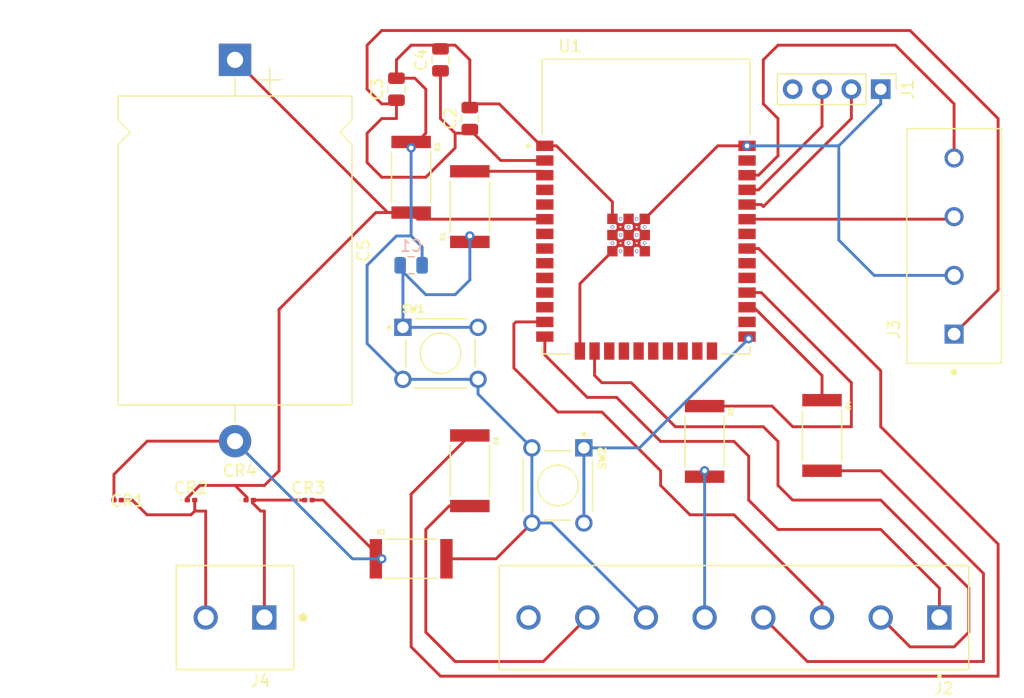
<source format=kicad_pcb>
(kicad_pcb (version 20211014) (generator pcbnew)
  (layers (0 "F.Cu" signal) (31 "B.Cu" signal) (34 "B.Paste" user) (35 "F.Paste" user) (36 "B.SilkS" user "B.Silkscreen") (37 "F.SilkS" user "F.Silkscreen") (38 "B.Mask" user) (39 "F.Mask" user) (44 "Edge.Cuts" user))
  (net 0 "")
  (net 1 "GND")
  (net 2 "Net-(C1-Pad2)")
  (net 3 "Voeding")
  (net 4 "Net-(C5-Pad1)")
  (net 5 "Net-(C5-Pad2)")
  (net 6 "Net-(J4-Pad2)")
  (net 7 "Net-(J4-Pad1)")
  (net 8 "Net-(J1-Pad2)")
  (net 9 "Net-(J1-Pad3)")
  (net 10 "+3V3")
  (net 11 "Net-(U1-Pad14)")
  (net 12 "Net-(U1-Pad16)")
  (net 13 "Net-(U1-Pad13)")
  (net 14 "Net-(J2-Pad4)")
  (net 15 "Net-(J2-Pad5)")
  (net 16 "Net-(J2-Pad7)")
  (net 18 "Net-(U1-Pad33)")
  (net 19 "Net-(U1-Pad36)")
  (net 20 "Net-(R1-Pad2)")
  (net 21 "Net-(U1-Pad27)")
  (net 22 "Net-(U1-Pad28)")
  (net 23 "Net-(U1-Pad31)")
  (net 24 "Net-(SW2-Pad1)")
  (footprint "Diode_SMD:D_0201_0603Metric" (layer "F.Cu") (at 127 68.58 180)
    (fp_text reference "CR1" (at -0.86 -0.05) (layer "F.SilkS"))
    (fp_text value "1N4148W-TP")
    (fp_circle (center -0.86 0) (end -0.81 0) (layer "F.SilkS") (width 0.1) (fill none))
    (pad "1" smd roundrect (at -0.32 0 180) (size 0.46 0.4) (layers "F.Cu" "F.Mask") (net 6 "Net-(J4-Pad2)"))
    (pad "2" smd roundrect (at 0.32 0 180) (size 0.46 0.4) (layers "F.Cu" "F.Mask") (net 5 "Net-(C5-Pad2)"))
  )
  (footprint "282837-4:TE_282837-4" (layer "F.Cu") (at 199.39 54.2125 90)
    (fp_text reference "J3" (at 0.4057 -5.22403 90) (layer "F.SilkS") (effects (font (size 1.001732 1.001732))))
    (fp_text value "282837-4")
    (fp_line (start 17.78 4.1) (end -2.54 4.1) (layer "F.SilkS") (width 0.127))
    (fp_line (start -2.54 4.1) (end -2.54 -4.1) (layer "F.SilkS") (width 0.127))
    (fp_line (start 17.78 -4.1) (end 17.78 4.1) (layer "F.SilkS") (width 0.127))
    (fp_line (start -2.54 -4.1) (end 17.78 -4.1) (layer "F.SilkS") (width 0.127))
    (fp_circle (center -3.31 0) (end -3.16 0) (layer "F.SilkS") (width 0.3) (fill none))
    (pad "1" thru_hole rect locked (at 0 0 90) (size 1.65 1.65) (drill 1.1) (layers *.Cu *.Mask) (net 3 "Voeding"))
    (pad "2" thru_hole circle locked (at 5.08 0 90) (size 1.65 1.65) (drill 1.1) (layers *.Cu *.Mask) (net 1 "GND"))
    (pad "3" thru_hole circle locked (at 10.16 0 90) (size 1.65 1.65) (drill 1.1) (layers *.Cu *.Mask) (net 18 "Net-(U1-Pad33)"))
    (pad "4" thru_hole circle locked (at 15.24 0 90) (size 1.65 1.65) (drill 1.1) (layers *.Cu *.Mask) (net 19 "Net-(U1-Pad36)"))
  )
  (footprint "libraries:RESC6332X65N" (layer "F.Cu") (at 157.48 43.18 90)
    (fp_text reference "R1" (at -2.59 -2.3 90) (layer "F.SilkS") (effects (font (size 0.393701 0.393701))))
    (fp_text value "10k")
    (fp_line (start -2.2 -1.7) (end 2.2 -1.7) (layer "F.SilkS") (width 0.127))
    (fp_line (start -2.2 1.7) (end 2.2 1.7) (layer "F.SilkS") (width 0.127))
    (pad "1" smd rect locked (at -3.055 0 90) (size 1.07 3.42) (layers "F.Cu" "F.Paste" "F.Mask") (net 2 "Net-(C1-Pad2)"))
    (pad "2" smd rect locked (at 3.055 0 90) (size 1.07 3.42) (layers "F.Cu" "F.Paste" "F.Mask") (net 20 "Net-(R1-Pad2)"))
  )
  (footprint "libraries:RESC6332X65N" (layer "F.Cu") (at 157.48 66.04 -90)
    (fp_text reference "R6" (at -2.59 -2.3 90) (layer "F.SilkS") (effects (font (size 0.393701 0.393701))))
    (fp_text value "82")
    (fp_line (start -2.2 -1.7) (end 2.2 -1.7) (layer "F.SilkS") (width 0.127))
    (fp_line (start -2.2 1.7) (end 2.2 1.7) (layer "F.SilkS") (width 0.127))
    (pad "1" smd rect locked (at -3.055 0 270) (size 1.07 3.42) (layers "F.Cu" "F.Paste" "F.Mask") (net 23 "Net-(U1-Pad31)"))
    (pad "2" smd rect locked (at 3.055 0 270) (size 1.07 3.42) (layers "F.Cu" "F.Paste" "F.Mask") (net 16 "Net-(J2-Pad7)"))
  )
  (footprint "Capacitor_SMD:C_0805_2012Metric" (layer "F.Cu") (at 157.48 35.56 90)
    (fp_text reference "C2" (at 0 -1.68 90) (layer "F.SilkS"))
    (fp_text value "220u")
    (fp_line (start -0.261252 0.735) (end 0.261252 0.735) (layer "F.SilkS") (width 0.12))
    (fp_line (start -0.261252 -0.735) (end 0.261252 -0.735) (layer "F.SilkS") (width 0.12))
    (pad "1" smd roundrect (at -0.95 0 90) (size 1 1.45) (layers "F.Cu" "F.Paste" "F.Mask") (net 3 "Voeding"))
    (pad "2" smd roundrect (at 0.95 0 90) (size 1 1.45) (layers "F.Cu" "F.Paste" "F.Mask") (net 1 "GND"))
  )
  (footprint "Capacitor_THT:CP_Axial_L26.5mm_D20.0mm_P33.00mm_Horizontal" (layer "F.Cu") (at 137.16 30.48 -90)
    (fp_text reference "C5" (at 16.5 -11.12 90) (layer "F.SilkS"))
    (fp_text value "1000µ")
    (fp_line (start 5.23 -10.12) (end 6.28 -9.07) (layer "F.SilkS") (width 0.12))
    (fp_line (start 1.64 0) (end 3.13 0) (layer "F.SilkS") (width 0.12))
    (fp_line (start 1.73 -4.05) (end 1.73 -1.95) (layer "F.SilkS") (width 0.12))
    (fp_line (start 31.36 0) (end 29.87 0) (layer "F.SilkS") (width 0.12))
    (fp_line (start 0.68 -3) (end 2.78 -3) (layer "F.SilkS") (width 0.12))
    (fp_line (start 3.13 10.12) (end 5.23 10.12) (layer "F.SilkS") (width 0.12))
    (fp_line (start 29.87 -10.12) (end 29.87 10.12) (layer "F.SilkS") (width 0.12))
    (fp_line (start 3.13 -10.12) (end 5.23 -10.12) (layer "F.SilkS") (width 0.12))
    (fp_line (start 7.33 10.12) (end 29.87 10.12) (layer "F.SilkS") (width 0.12))
    (fp_line (start 7.33 -10.12) (end 29.87 -10.12) (layer "F.SilkS") (width 0.12))
    (fp_line (start 6.28 -9.07) (end 7.33 -10.12) (layer "F.SilkS") (width 0.12))
    (fp_line (start 3.13 -10.12) (end 3.13 10.12) (layer "F.SilkS") (width 0.12))
    (fp_line (start 6.28 9.07) (end 7.33 10.12) (layer "F.SilkS") (width 0.12))
    (fp_line (start 5.23 10.12) (end 6.28 9.07) (layer "F.SilkS") (width 0.12))
    (pad "1" thru_hole rect (at 0 0 270) (size 2.8 2.8) (drill 1.4) (layers *.Cu *.Mask) (net 4 "Net-(C5-Pad1)"))
    (pad "2" thru_hole oval (at 33 0 270) (size 2.8 2.8) (drill 1.4) (layers *.Cu *.Mask) (net 5 "Net-(C5-Pad2)"))
  )
  (footprint "libraries:TE_282841-2" (layer "F.Cu") (at 137.16 78.74 180)
    (fp_text reference "J4" (at -2.197155 -5.470375) (layer "F.SilkS") (effects (font (size 1.000984 1.000984))))
    (fp_text value "282841-2")
    (fp_line (start -5.08 -4.5) (end -5.08 4.5) (layer "F.SilkS") (width 0.127))
    (fp_line (start 5.08 -4.5) (end -5.08 -4.5) (layer "F.SilkS") (width 0.127))
    (fp_line (start 5.08 4.5) (end 5.08 -4.5) (layer "F.SilkS") (width 0.127))
    (fp_line (start -5.08 4.5) (end 5.08 4.5) (layer "F.SilkS") (width 0.127))
    (fp_circle (center -5.89 0) (end -5.69 0) (layer "F.SilkS") (width 0.4) (fill none))
    (pad "1" thru_hole rect locked (at -2.54 0 180) (size 2.1 2.1) (drill 1.4) (layers *.Cu *.Mask) (net 7 "Net-(J4-Pad1)"))
    (pad "2" thru_hole circle locked (at 2.54 0 180) (size 2.1 2.1) (drill 1.4) (layers *.Cu *.Mask) (net 6 "Net-(J4-Pad2)"))
  )
  (footprint "Diode_SMD:D_0201_0603Metric" (layer "F.Cu") (at 138.43 68.58)
    (fp_text reference "CR4" (at -0.86 -2.54) (layer "F.SilkS"))
    (fp_text value "1N4148W-TP")
    (fp_circle (center -0.86 0) (end -0.81 0) (layer "F.SilkS") (width 0.1) (fill none))
    (pad "1" smd roundrect (at -0.32 0) (size 0.46 0.4) (layers "F.Cu" "F.Mask") (net 4 "Net-(C5-Pad1)"))
    (pad "2" smd roundrect (at 0.32 0) (size 0.46 0.4) (layers "F.Cu" "F.Mask") (net 7 "Net-(J4-Pad1)"))
  )
  (footprint "Capacitor_SMD:C_0805_2012Metric" (layer "F.Cu") (at 151.13 33.02 90)
    (fp_text reference "C3" (at 0 -1.68 90) (layer "F.SilkS"))
    (fp_text value "22u")
    (fp_line (start -0.261252 0.735) (end 0.261252 0.735) (layer "F.SilkS") (width 0.12))
    (fp_line (start -0.261252 -0.735) (end 0.261252 -0.735) (layer "F.SilkS") (width 0.12))
    (pad "1" smd roundrect (at -0.95 0 90) (size 1 1.45) (layers "F.Cu" "F.Paste" "F.Mask") (net 3 "Voeding"))
    (pad "2" smd roundrect (at 0.95 0 90) (size 1 1.45) (layers "F.Cu" "F.Paste" "F.Mask") (net 1 "GND"))
  )
  (footprint "Capacitor_SMD:C_0805_2012Metric" (layer "F.Cu") (at 154.94 30.48 90)
    (fp_text reference "C4" (at 0 -1.68 90) (layer "F.SilkS"))
    (fp_text value "0.1u")
    (fp_line (start -0.261252 -0.735) (end 0.261252 -0.735) (layer "F.SilkS") (width 0.12))
    (fp_line (start -0.261252 0.735) (end 0.261252 0.735) (layer "F.SilkS") (width 0.12))
    (pad "1" smd roundrect (at -0.95 0 90) (size 1 1.45) (layers "F.Cu" "F.Paste" "F.Mask") (net 3 "Voeding"))
    (pad "2" smd roundrect (at 0.95 0 90) (size 1 1.45) (layers "F.Cu" "F.Paste" "F.Mask") (net 1 "GND"))
  )
  (footprint "libraries:RESC6332X65N" (layer "F.Cu") (at 177.8 63.5 -90)
    (fp_text reference "R5" (at -2.59 -2.3 90) (layer "F.SilkS") (effects (font (size 0.393701 0.393701))))
    (fp_text value "82")
    (fp_line (start -2.2 -1.7) (end 2.2 -1.7) (layer "F.SilkS") (width 0.127))
    (fp_line (start -2.2 1.7) (end 2.2 1.7) (layer "F.SilkS") (width 0.127))
    (pad "1" smd rect locked (at -3.055 0 270) (size 1.07 3.42) (layers "F.Cu" "F.Paste" "F.Mask") (net 22 "Net-(U1-Pad28)"))
    (pad "2" smd rect locked (at 3.055 0 270) (size 1.07 3.42) (layers "F.Cu" "F.Paste" "F.Mask") (net 15 "Net-(J2-Pad5)"))
  )
  (footprint "libraries:RESC6332X65N" (layer "F.Cu") (at 152.4 40.64 -90)
    (fp_text reference "R3" (at -2.59 -2.3 90) (layer "F.SilkS") (effects (font (size 0.393701 0.393701))))
    (fp_text value "120")
    (fp_line (start -2.2 1.7) (end 2.2 1.7) (layer "F.SilkS") (width 0.127))
    (fp_line (start -2.2 -1.7) (end 2.2 -1.7) (layer "F.SilkS") (width 0.127))
    (pad "1" smd rect locked (at -3.055 0 270) (size 1.07 3.42) (layers "F.Cu" "F.Paste" "F.Mask") (net 1 "GND"))
    (pad "2" smd rect locked (at 3.055 0 270) (size 1.07 3.42) (layers "F.Cu" "F.Paste" "F.Mask") (net 4 "Net-(C5-Pad1)"))
  )
  (footprint "libraries:SW_1825910-6-4" (layer "F.Cu") (at 165.1 67.31 -90)
    (fp_text reference "SW2" (at -2.3627 -3.844398 90) (layer "F.SilkS") (effects (font (size 0.630643 0.630643))))
    (fp_text value "BOOT")
    (fp_line (start -2.995 -1.15) (end -2.995 1.15) (layer "F.SilkS") (width 0.127))
    (fp_line (start 3 -1.15) (end 3 1.15) (layer "F.SilkS") (width 0.127))
    (fp_line (start -2.2 -2.995) (end 2.3 -2.995) (layer "F.SilkS") (width 0.127))
    (fp_line (start 2.3 2.995) (end -2.3 2.995) (layer "F.SilkS") (width 0.127))
    (fp_circle (center -4.445 -2.25) (end -4.345 -2.25) (layer "F.SilkS") (width 0.2) (fill none))
    (fp_circle (center 0 0) (end 1.755 0) (layer "F.SilkS") (width 0.127) (fill none))
    (pad "1" thru_hole rect locked (at -3.25 -2.25 270) (size 1.498 1.498) (drill 0.99) (layers *.Cu *.Mask) (net 24 "Net-(SW2-Pad1)"))
    (pad "2" thru_hole circle locked (at 3.25 -2.25 270) (size 1.498 1.498) (drill 0.99) (layers *.Cu *.Mask) (net 24 "Net-(SW2-Pad1)"))
    (pad "3" thru_hole circle locked (at -3.25 2.25 270) (size 1.498 1.498) (drill 0.99) (layers *.Cu *.Mask) (net 1 "GND"))
    (pad "4" thru_hole circle locked (at 3.25 2.25 270) (size 1.498 1.498) (drill 0.99) (layers *.Cu *.Mask) (net 1 "GND"))
  )
  (footprint "Diode_SMD:D_0201_0603Metric" (layer "F.Cu") (at 143.51 68.58)
    (fp_text reference "CR3" (at 0 -1.05) (layer "F.SilkS"))
    (fp_text value "1N4148W-TP")
    (fp_circle (center -0.86 0) (end -0.81 0) (layer "F.SilkS") (width 0.1) (fill none))
    (pad "1" smd roundrect (at -0.32 0) (size 0.46 0.4) (layers "F.Cu" "F.Mask") (net 7 "Net-(J4-Pad1)"))
    (pad "2" smd roundrect (at 0.32 0) (size 0.46 0.4) (layers "F.Cu" "F.Mask") (net 5 "Net-(C5-Pad2)"))
  )
  (footprint "libraries:XCVR_ESP32-WROOM-32E_(16MB)" (layer "F.Cu") (at 172.72 43.18)
    (fp_text reference "U1" (at -6.575 -13.885) (layer "F.SilkS"))
    (fp_text value "ESP32-WROOM-32E_(16MB)")
    (fp_line (start 6.55 12.75) (end 9 12.75) (layer "F.SilkS") (width 0.127))
    (fp_line (start -9 12.1) (end -9 12.75) (layer "F.SilkS") (width 0.127))
    (fp_line (start 9 12.75) (end 9 12.1) (layer "F.SilkS") (width 0.127))
    (fp_line (start -9 -12.75) (end 9 -12.75) (layer "F.SilkS") (width 0.127))
    (fp_line (start -9 -6.25) (end -9 -12.75) (layer "F.SilkS") (width 0.127))
    (fp_line (start -9 12.75) (end -6.55 12.75) (layer "F.SilkS") (width 0.127))
    (fp_line (start 9 -12.75) (end 9 -6.25) (layer "F.SilkS") (width 0.127))
    (fp_circle (center -10.2 -5.26) (end -10.1 -5.26) (layer "F.SilkS") (width 0.2) (fill none))
    (pad "1" smd rect locked (at -8.75 -5.26) (size 1.5 0.9) (layers "F.Cu" "F.Paste" "F.Mask") (net 1 "GND"))
    (pad "2" smd rect locked (at -8.75 -3.99) (size 1.5 0.9) (layers "F.Cu" "F.Paste" "F.Mask") (net 3 "Voeding"))
    (pad "3" smd rect locked (at -8.75 -2.72) (size 1.5 0.9) (layers "F.Cu" "F.Paste" "F.Mask") (net 20 "Net-(R1-Pad2)"))
    (pad "4" smd rect locked (at -8.75 -1.45) (size 1.5 0.9) (layers "F.Cu" "F.Paste" "F.Mask"))
    (pad "5" smd rect locked (at -8.75 -0.18) (size 1.5 0.9) (layers "F.Cu" "F.Paste" "F.Mask"))
    (pad "6" smd rect locked (at -8.75 1.09) (size 1.5 0.9) (layers "F.Cu" "F.Paste" "F.Mask") (net 4 "Net-(C5-Pad1)"))
    (pad "7" smd rect locked (at -8.75 2.36) (size 1.5 0.9) (layers "F.Cu" "F.Paste" "F.Mask"))
    (pad "8" smd rect locked (at -8.75 3.63) (size 1.5 0.9) (layers "F.Cu" "F.Paste" "F.Mask"))
    (pad "9" smd rect locked (at -8.75 4.9) (size 1.5 0.9) (layers "F.Cu" "F.Paste" "F.Mask"))
    (pad "10" smd rect locked (at -8.75 6.17) (size 1.5 0.9) (layers "F.Cu" "F.Paste" "F.Mask"))
    (pad "11" smd rect locked (at -8.75 7.44) (size 1.5 0.9) (layers "F.Cu" "F.Paste" "F.Mask"))
    (pad "12" smd rect locked (at -8.75 8.71) (size 1.5 0.9) (layers "F.Cu" "F.Paste" "F.Mask"))
    (pad "13" smd rect locked (at -8.75 9.98) (size 1.5 0.9) (layers "F.Cu" "F.Paste" "F.Mask") (net 13 "Net-(U1-Pad13)"))
    (pad "14" smd rect locked (at -8.75 11.25) (size 1.5 0.9) (layers "F.Cu" "F.Paste" "F.Mask") (net 11 "Net-(U1-Pad14)"))
    (pad "15" smd rect locked (at -5.715 12.5) (size 0.9 1.5) (layers "F.Cu" "F.Paste" "F.Mask") (net 1 "GND"))
    (pad "16" smd rect locked (at -4.445 12.5) (size 0.9 1.5) (layers "F.Cu" "F.Paste" "F.Mask") (net 12 "Net-(U1-Pad16)"))
    (pad "17" smd rect locked (at -3.175 12.5) (size 0.9 1.5) (layers "F.Cu" "F.Paste" "F.Mask"))
    (pad "18" smd rect locked (at -1.905 12.5) (size 0.9 1.5) (layers "F.Cu" "F.Paste" "F.Mask"))
    (pad "19" smd rect locked (at -0.635 12.5) (size 0.9 1.5) (layers "F.Cu" "F.Paste" "F.Mask"))
    (pad "20" smd rect locked (at 0.635 12.5) (size 0.9 1.5) (layers "F.Cu" "F.Paste" "F.Mask"))
    (pad "21" smd rect locked (at 1.905 12.5) (size 0.9 1.5) (layers "F.Cu" "F.Paste" "F.Mask"))
    (pad "22" smd rect locked (at 3.175 12.5) (size 0.9 1.5) (layers "F.Cu" "F.Paste" "F.Mask"))
    (pad "23" smd rect locked (at 4.445 12.5) (size 0.9 1.5) (layers "F.Cu" "F.Paste" "F.Mask"))
    (pad "24" smd rect locked (at 5.715 12.5) (size 0.9 1.5) (layers "F.Cu" "F.Paste" "F.Mask"))
    (pad "25" smd rect locked (at 8.75 11.25) (size 1.5 0.9) (layers "F.Cu" "F.Paste" "F.Mask") (net 24 "Net-(SW2-Pad1)"))
    (pad "26" smd rect locked (at 8.75 9.98) (size 1.5 0.9) (layers "F.Cu" "F.Paste" "F.Mask"))
    (pad "27" smd rect locked (at 8.75 8.71) (size 1.5 0.9) (layers "F.Cu" "F.Paste" "F.Mask") (net 21 "Net-(U1-Pad27)"))
    (pad "28" smd rect locked (at 8.75 7.44) (size 1.5 0.9) (layers "F.Cu" "F.Paste" "F.Mask") (net 22 "Net-(U1-Pad28)"))
    (pad "29" smd rect locked (at 8.75 6.17) (size 1.5 0.9) (layers "F.Cu" "F.Paste" "F.Mask"))
    (pad "30" smd rect locked (at 8.75 4.9) (size 1.5 0.9) (layers "F.Cu" "F.Paste" "F.Mask"))
    (pad "31" smd rect locked (at 8.75 3.63) (size 1.5 0.9) (layers "F.Cu" "F.Paste" "F.Mask") (net 23 "Net-(U1-Pad31)"))
    (pad "32" smd rect locked (at 8.75 2.36) (size 1.5 0.9) (layers "F.Cu" "F.Paste" "F.Mask"))
    (pad "33" smd rect locked (at 8.75 1.09) (size 1.5 0.9) (layers "F.Cu" "F.Paste" "F.Mask") (net 18 "Net-(U1-Pad33)"))
    (pad "34" smd rect locked (at 8.75 -0.18) (size 1.5 0.9) (layers "F.Cu" "F.Paste" "F.Mask") (net 8 "Net-(J1-Pad2)"))
    (pad "35" smd rect locked (at 8.75 -1.45) (size 1.5 0.9) (layers "F.Cu" "F.Paste" "F.Mask") (net 9 "Net-(J1-Pad3)"))
    (pad "36" smd rect locked (at 8.75 -2.72) (size 1.5 0.9) (layers "F.Cu" "F.Paste" "F.Mask") (net 19 "Net-(U1-Pad36)"))
    (pad "37" smd rect locked (at 8.75 -3.99) (size 1.5 0.9) (layers "F.Cu" "F.Paste" "F.Mask"))
    (pad "38" smd rect locked (at 8.75 -5.26) (size 1.5 0.9) (layers "F.Cu" "F.Paste" "F.Mask") (net 1 "GND"))
    (pad "39_1" smd rect locked (at -2.9 1.06) (size 0.9 0.9) (layers "F.Cu" "F.Paste" "F.Mask") (net 1 "GND"))
    (pad "39_2" smd rect locked (at -1.5 1.06) (size 0.9 0.9) (layers "F.Cu" "F.Paste" "F.Mask") (net 1 "GND"))
    (pad "39_3" smd rect locked (at -0.1 1.06) (size 0.9 0.9) (layers "F.Cu" "F.Paste" "F.Mask") (net 1 "GND"))
    (pad "39_4" smd rect locked (at -2.9 2.46) (size 0.9 0.9) (layers "F.Cu" "F.Paste" "F.Mask") (net 1 "GND"))
    (pad "39_5" smd rect locked (at -1.5 2.46) (size 0.9 0.9) (layers "F.Cu" "F.Paste" "F.Mask") (net 1 "GND"))
    (pad "39_6" smd rect locked (at -0.1 2.46) (size 0.9 0.9) (layers "F.Cu" "F.Paste" "F.Mask") (net 1 "GND"))
    (pad "39_7" smd rect locked (at -2.9 3.86) (size 0.9 0.9) (layers "F.Cu" "F.Paste" "F.Mask") (net 1 "GND"))
    (pad "39_8" smd rect locked (at -1.5 3.86) (size 0.9 0.9) (layers "F.Cu" "F.Paste" "F.Mask") (net 1 "GND"))
    (pad "39_9" smd rect locked (at -0.1 3.86) (size 0.9 0.9) (layers "F.Cu" "F.Paste" "F.Mask") (net 1 "GND"))
    (pad "39_10" thru_hole circle locked (at -2.2 1.06) (size 0.3 0.3) (drill 0.2) (layers *.Cu))
    (pad "39_11" thru_hole circle locked (at -0.8 1.06) (size 0.3 0.3) (drill 0.2) (layers *.Cu))
    (pad "39_12" thru_hole circle locked (at -2.9 1.76) (size 0.3 0.3) (drill 0.2) (layers *.Cu))
    (pad "39_13" thru_hole circle locked (at -1.5 1.76) (size 0.3 0.3) (drill 0.2) (layers *.Cu))
    (pad "39_14" thru_hole circle locked (at -0.1 1.76) (size 0.3 0.3) (drill 0.2) (layers *.Cu))
    (pad "39_15" thru_hole circle locked (at -2.2 2.46) (size 0.3 0.3) (drill 0.2) (layers *.Cu))
    (pad "39_16" thru_hole circle locked (at -0.8 2.46) (size 0.3 0.3) (drill 0.2) (layers *.Cu))
    (pad "39_17" thru_hole circle locked (at -2.9 3.16) (size 0.3 0.3) (drill 0.2) (layers *.Cu))
    (pad "39_18" thru_hole circle locked (at -1.5 3.16) (size 0.3 0.3) (drill 0.2) (layers *.Cu))
    (pad "39_19" thru_hole circle locked (at -0.1 3.16) (size 0.3 0.3) (drill 0.2) (layers *.Cu))
    (pad "39_20" thru_hole circle locked (at -2.2 3.86) (size 0.3 0.3) (drill 0.2) (layers *.Cu))
    (pad "39_21" thru_hole circle locked (at -0.8 3.86) (size 0.3 0.3) (drill 0.2) (layers *.Cu))
  )
  (footprint "libraries:RESC6332X65N" (layer "F.Cu") (at 187.96 62.985 -90)
    (fp_text reference "R4" (at -2.59 -2.3 90) (layer "F.SilkS") (effects (font (size 0.393701 0.393701))))
    (fp_text value "82")
    (fp_line (start -2.2 1.7) (end 2.2 1.7) (layer "F.SilkS") (width 0.127))
    (fp_line (start -2.2 -1.7) (end 2.2 -1.7) (layer "F.SilkS") (width 0.127))
    (pad "1" smd rect locked (at -3.055 0 270) (size 1.07 3.42) (layers "F.Cu" "F.Paste" "F.Mask") (net 21 "Net-(U1-Pad27)"))
    (pad "2" smd rect locked (at 3.055 0 270) (size 1.07 3.42) (layers "F.Cu" "F.Paste" "F.Mask") (net 14 "Net-(J2-Pad4)"))
  )
  (footprint "libraries:RESC6332X65N" (layer "F.Cu") (at 152.4 73.66)
    (fp_text reference "R2" (at -2.59 -2.3) (layer "F.SilkS") (effects (font (size 0.393701 0.393701))))
    (fp_text value "560")
    (fp_line (start -2.2 -1.7) (end 2.2 -1.7) (layer "F.SilkS") (width 0.127))
    (fp_line (start -2.2 1.7) (end 2.2 1.7) (layer "F.SilkS") (width 0.127))
    (pad "1" smd rect locked (at -3.055 0) (size 1.07 3.42) (layers "F.Cu" "F.Paste" "F.Mask") (net 5 "Net-(C5-Pad2)"))
    (pad "2" smd rect locked (at 3.055 0) (size 1.07 3.42) (layers "F.Cu" "F.Paste" "F.Mask") (net 1 "GND"))
  )
  (footprint "Diode_SMD:D_0201_0603Metric" (layer "F.Cu") (at 133.35 68.58)
    (fp_text reference "CR2" (at 0 -1.05) (layer "F.SilkS"))
    (fp_text value "1N4148W-TP")
    (fp_circle (center -0.86 0) (end -0.81 0) (layer "F.SilkS") (width 0.1) (fill none))
    (pad "1" smd roundrect locked (at -0.32 0) (size 0.46 0.4) (layers "F.Cu" "F.Mask") (net 4 "Net-(C5-Pad1)"))
    (pad "2" smd roundrect locked (at 0.32 0) (size 0.46 0.4) (layers "F.Cu" "F.Mask") (net 6 "Net-(J4-Pad2)"))
  )
  (footprint "libraries:TE_282841-8" (layer "F.Cu") (at 180.34 78.74 180)
    (fp_text reference "J2" (at -18.145 -6.135) (layer "F.SilkS"))
    (fp_text value "R pinnen RGB strips")
    (fp_line (start 20.32 4.5) (end -20.32 4.5) (layer "F.SilkS") (width 0.127))
    (fp_line (start -20.32 4.5) (end -20.32 -4.5) (layer "F.SilkS") (width 0.127))
    (fp_line (start -20.32 -4.5) (end 20.32 -4.5) (layer "F.SilkS") (width 0.127))
    (fp_line (start 20.32 -4.5) (end 20.32 4.5) (layer "F.SilkS") (width 0.127))
    (fp_circle (center -17.78 -5.1) (end -17.68 -5.1) (layer "F.SilkS") (width 0.2) (fill none))
    (pad "1" thru_hole rect locked (at -17.78 0 180) (size 2.1 2.1) (drill 1.4) (layers *.Cu *.Mask) (net 11 "Net-(U1-Pad14)"))
    (pad "2" thru_hole circle locked (at -12.7 0 180) (size 2.1 2.1) (drill 1.4) (layers *.Cu *.Mask) (net 12 "Net-(U1-Pad16)"))
    (pad "3" thru_hole circle locked (at -7.62 0 180) (size 2.1 2.1) (drill 1.4) (layers *.Cu *.Mask) (net 13 "Net-(U1-Pad13)"))
    (pad "4" thru_hole circle locked (at -2.54 0 180) (size 2.1 2.1) (drill 1.4) (layers *.Cu *.Mask) (net 14 "Net-(J2-Pad4)"))
    (pad "5" thru_hole circle locked (at 2.54 0 180) (size 2.1 2.1) (drill 1.4) (layers *.Cu *.Mask) (net 15 "Net-(J2-Pad5)"))
    (pad "6" thru_hole circle locked (at 7.62 0 180) (size 2.1 2.1) (drill 1.4) (layers *.Cu *.Mask) (net 1 "GND"))
    (pad "7" thru_hole circle locked (at 12.7 0 180) (size 2.1 2.1) (drill 1.4) (layers *.Cu *.Mask) (net 16 "Net-(J2-Pad7)"))
    (pad "8" thru_hole circle locked (at 17.78 0 180) (size 2.1 2.1) (drill 1.4) (layers *.Cu *.Mask))
  )
  (footprint "Connector_PinHeader_2.54mm:PinHeader_1x04_P2.54mm_Vertical" (layer "F.Cu") (at 193.04 33.02 -90)
    (fp_text reference "J1" (at 0 -2.33 90) (layer "F.SilkS"))
    (fp_text value "Conn_01x04_Female")
    (fp_line (start -1.33 1.27) (end 1.33 1.27) (layer "F.SilkS") (width 0.12))
    (fp_line (start -1.33 0) (end -1.33 -1.33) (layer "F.SilkS") (width 0.12))
    (fp_line (start 1.33 1.27) (end 1.33 8.95) (layer "F.SilkS") (width 0.12))
    (fp_line (start -1.33 1.27) (end -1.33 8.95) (layer "F.SilkS") (width 0.12))
    (fp_line (start -1.33 -1.33) (end 0 -1.33) (layer "F.SilkS") (width 0.12))
    (fp_line (start -1.33 8.95) (end 1.33 8.95) (layer "F.SilkS") (width 0.12))
    (pad "1" thru_hole rect (at 0 0 270) (size 1.7 1.7) (drill 1) (layers *.Cu *.Mask) (net 1 "GND"))
    (pad "2" thru_hole oval (at 0 2.54 270) (size 1.7 1.7) (drill 1) (layers *.Cu *.Mask) (net 8 "Net-(J1-Pad2)"))
    (pad "3" thru_hole oval (at 0 5.08 270) (size 1.7 1.7) (drill 1) (layers *.Cu *.Mask) (net 9 "Net-(J1-Pad3)"))
    (pad "4" thru_hole oval (at 0 7.62 270) (size 1.7 1.7) (drill 1) (layers *.Cu *.Mask) (net 10 "+3V3"))
  )
  (footprint "libraries:SW_1825910-6-4" (layer "F.Cu") (at 154.94 55.88)
    (fp_text reference "SW1" (at -2.3627 -3.844398) (layer "F.SilkS") (effects (font (size 0.630643 0.630643))))
    (fp_text value "ENABLE")
    (fp_line (start 2.3 2.995) (end -2.3 2.995) (layer "F.SilkS") (width 0.127))
    (fp_line (start 3 -1.15) (end 3 1.15) (layer "F.SilkS") (width 0.127))
    (fp_line (start -2.2 -2.995) (end 2.3 -2.995) (layer "F.SilkS") (width 0.127))
    (fp_line (start -2.995 -1.15) (end -2.995 1.15) (layer "F.SilkS") (width 0.127))
    (fp_circle (center -4.445 -2.25) (end -4.345 -2.25) (layer "F.SilkS") (width 0.2) (fill none))
    (fp_circle (center 0 0) (end 1.755 0) (layer "F.SilkS") (width 0.127) (fill none))
    (pad "1" thru_hole rect locked (at -3.25 -2.25) (size 1.498 1.498) (drill 0.99) (layers *.Cu *.Mask) (net 2 "Net-(C1-Pad2)"))
    (pad "2" thru_hole circle locked (at 3.25 -2.25) (size 1.498 1.498) (drill 0.99) (layers *.Cu *.Mask) (net 2 "Net-(C1-Pad2)"))
    (pad "3" thru_hole circle locked (at -3.25 2.25) (size 1.498 1.498) (drill 0.99) (layers *.Cu *.Mask) (net 1 "GND"))
    (pad "4" thru_hole circle locked (at 3.25 2.25) (size 1.498 1.498) (drill 0.99) (layers *.Cu *.Mask) (net 1 "GND"))
  )
  (footprint "Capacitor_SMD:C_0805_2012Metric" (layer "B.Cu") (at 152.4 48.26 180)
    (fp_text reference "C1" (at 0 1.68) (layer "B.SilkS") (effects (justify mirror)))
    (fp_text value "1u")
    (fp_line (start -0.261252 -0.735) (end 0.261252 -0.735) (layer "B.SilkS") (width 0.12))
    (fp_line (start -0.261252 0.735) (end 0.261252 0.735) (layer "B.SilkS") (width 0.12))
    (pad "1" smd roundrect locked (at -0.95 0 180) (size 1 1.45) (layers "B.Cu" "B.Paste" "B.Mask") (net 1 "GND"))
    (pad "2" smd roundrect locked (at 0.95 0 180) (size 1 1.45) (layers "B.Cu" "B.Paste" "B.Mask") (net 2 "Net-(C1-Pad2)"))
  )
  (segment (start 172.125479 46.545479) (end 172.125479 46.134521) (width 0.25) (layer "F.Cu") (net 1))
  (segment (start 160.02 34.29) (end 157.8 34.29) (width 0.25) (layer "F.Cu") (net 1))
  (segment (start 169.82 47.04) (end 167.005 49.855) (width 0.25) (layer "F.Cu") (net 1))
  (segment (start 156.21 29.21) (end 155.26 29.21) (width 0.25) (layer "F.Cu") (net 1))
  (segment (start 170.725479 44.734521) (end 171.22 44.24) (width 0.25) (layer "F.Cu") (net 1))
  (segment (start 170.314521 46.134521) (end 170.314521 46.54612) (width 0.25) (layer "F.Cu") (net 1))
  (segment (start 171.22 47.04) (end 171.714521 46.545479) (width 0.25) (layer "F.Cu") (net 1))
  (segment (start 170.725479 45.145479) (end 170.314521 45.145479) (width 0.25) (layer "F.Cu") (net 1))
  (segment (start 169.82 44.24) (end 169.820641 44.24) (width 0.25) (layer "F.Cu") (net 1))
  (segment (start 170.725479 46.545479) (end 171.22 47.04) (width 0.25) (layer "F.Cu") (net 1))
  (segment (start 171.715162 46.134521) (end 172.125479 46.134521) (width 0.25) (layer "F.Cu") (net 1))
  (segment (start 172.125479 45.145479) (end 172.125479 44.734521) (width 0.25) (layer "F.Cu") (net 1))
  (segment (start 172.125479 44.734521) (end 172.62 44.24) (width 0.25) (layer "F.Cu") (net 1))
  (segment (start 171.714521 45.145479) (end 172.125479 45.145479) (width 0.25) (layer "F.Cu") (net 1))
  (segment (start 171.22 44.24) (end 171.714521 44.734521) (width 0.25) (layer "F.Cu") (net 1))
  (segment (start 152.4 38.1) (end 153.67 36.83) (width 0.25) (layer "F.Cu") (net 1))
  (segment (start 170.314521 46.54612) (end 170.025479 46.835162) (width 0.25) (layer "F.Cu") (net 1))
  (segment (start 172.62 45.64) (end 172.125479 45.145479) (width 0.25) (layer "F.Cu") (net 1))
  (segment (start 171.22 45.64) (end 170.725479 45.145479) (width 0.25) (layer "F.Cu") (net 1))
  (segment (start 170.314521 45.145479) (end 169.82 45.64) (width 0.25) (layer "F.Cu") (net 1))
  (segment (start 170.314521 45.145479) (end 170.314521 44.734521) (width 0.25) (layer "F.Cu") (net 1))
  (segment (start 170.314521 46.134521) (end 170.725479 46.134521) (width 0.25) (layer "F.Cu") (net 1))
  (segment (start 163.97 37.92) (end 163.65 37.92) (width 0.25) (layer "F.Cu") (net 1))
  (segment (start 178.94 37.92) (end 181.47 37.92) (width 0.25) (layer "F.Cu") (net 1))
  (segment (start 171.219359 45.64) (end 170.724838 45.145479) (width 0.25) (layer "F.Cu") (net 1))
  (segment (start 154.62 29.21) (end 154.94 29.53) (width 0.25) (layer "F.Cu") (net 1))
  (segment (start 169.82 44.24) (end 169.82 42.77) (width 0.25) (layer "F.Cu") (net 1))
  (segment (start 170.724838 45.145479) (end 170.724838 44.735162) (width 0.25) (layer "F.Cu") (net 1))
  (segment (start 152.72 32.07) (end 151.13 32.07) (width 0.25) (layer "F.Cu") (net 1))
  (segment (start 171.714521 46.134521) (end 171.22 45.64) (width 0.25) (layer "F.Cu") (net 1))
  (segment (start 171.22 45.64) (end 171.714521 45.145479) (width 0.25) (layer "F.Cu") (net 1))
  (segment (start 170.725479 46.134521) (end 171.22 45.64) (width 0.25) (layer "F.Cu") (net 1))
  (segment (start 170.314521 44.734521) (end 170.725479 44.734521) (width 0.25) (layer "F.Cu") (net 1))
  (segment (start 153.67 33.02) (end 152.72 32.07) (width 0.25) (layer "F.Cu") (net 1))
  (segment (start 172.62 47.04) (end 172.125479 46.545479) (width 0.25) (layer "F.Cu") (net 1))
  (segment (start 169.82 44.24) (end 170.314521 44.734521) (width 0.25) (layer "F.Cu") (net 1))
  (segment (start 172.125479 46.545479) (end 171.714521 46.545479) (width 0.25) (layer "F.Cu") (net 1))
  (segment (start 171.22 45.64) (end 171.219359 45.64) (width 0.25) (layer "F.Cu") (net 1))
  (segment (start 171.714521 44.734521) (end 172.125479 44.734521) (width 0.25) (layer "F.Cu") (net 1))
  (segment (start 172.83 44.45) (end 172.72 44.45) (width 0.25) (layer "F.Cu") (net 1))
  (segment (start 163.65 37.92) (end 160.02 34.29) (width 0.25) (layer "F.Cu") (net 1))
  (segment (start 167.005 49.855) (end 167.005 55.68) (width 0.25) (layer "F.Cu") (net 1))
  (segment (start 169.975479 47.04) (end 169.82 47.04) (width 0.25) (layer "F.Cu") (net 1))
  (segment (start 151.13 30.48) (end 152.4 29.21) (width 0.25) (layer "F.Cu") (net 1))
  (segment (start 169.82 42.77) (end 164.97 37.92) (width 0.25) (layer "F.Cu") (net 1))
  (segment (start 152.4 29.21) (end 154.62 29.21) (width 0.25) (layer "F.Cu") (net 1))
  (segment (start 164.97 37.92) (end 163.97 37.92) (width 0.25) (layer "F.Cu") (net 1))
  (segment (start 157.8 34.29) (end 157.48 34.61) (width 0.25) (layer "F.Cu") (net 1))
  (segment (start 157.48 34.61) (end 157.48 30.48) (width 0.25) (layer "F.Cu") (net 1))
  (segment (start 170.314521 46.545479) (end 170.725479 46.545479) (width 0.25) (layer "F.Cu") (net 1))
  (segment (start 172.125479 46.134521) (end 172.62 45.64) (width 0.25) (layer "F.Cu") (net 1))
  (segment (start 170.724838 44.735162) (end 171.22 44.24) (width 0.25) (layer "F.Cu") (net 1))
  (segment (start 159.75 73.66) (end 162.85 70.56) (width 0.25) (layer "F.Cu") (net 1))
  (segment (start 169.820641 44.24) (end 170.105321 44.52468) (width 0.25) (layer "F.Cu") (net 1))
  (segment (start 171.220641 45.64) (end 171.715162 46.134521) (width 0.25) (layer "F.Cu") (net 1))
  (segment (start 170.725479 46.135162) (end 170.725479 46.545479) (width 0.25) (layer "F.Cu") (net 1))
  (segment (start 172.62 44.24) (end 178.94 37.92) (width 0.25) (layer "F.Cu") (net 1))
  (segment (start 157.48 30.48) (end 156.21 29.21) (width 0.25) (layer "F.Cu") (net 1))
  (segment (start 171.220641 45.64) (end 170.725479 46.135162) (width 0.25) (layer "F.Cu") (net 1))
  (segment (start 170.724838 45.145479) (end 170.314521 45.145479) (width 0.25) (layer "F.Cu") (net 1))
  (segment (start 153.67 36.83) (end 153.67 33.02) (width 0.25) (layer "F.Cu") (net 1))
  (segment (start 155.455 73.66) (end 159.75 73.66) (width 0.25) (layer "F.Cu") (net 1))
  (segment (start 151.13 32.07) (end 151.13 30.48) (width 0.25) (layer "F.Cu") (net 1))
  (segment (start 170.025479 46.835162) (end 170.025479 46.99) (width 0.25) (layer "F.Cu") (net 1))
  (segment (start 171.714521 46.545479) (end 171.714521 46.134521) (width 0.25) (layer "F.Cu") (net 1))
  (segment (start 171.714521 45.145479) (end 171.714521 44.734521) (width 0.25) (layer "F.Cu") (net 1))
  (segment (start 171.22 45.64) (end 171.220641 45.64) (width 0.25) (layer "F.Cu") (net 1))
  (segment (start 169.82 47.04) (end 170.314521 46.545479) (width 0.25) (layer "F.Cu") (net 1))
  (segment (start 155.26 29.21) (end 154.94 29.53) (width 0.25) (layer "F.Cu") (net 1))
  (segment (start 170.025479 46.99) (end 169.975479 47.04) (width 0.25) (layer "F.Cu") (net 1))
  (segment (start 169.82 45.64) (end 170.314521 46.134521) (width 0.25) (layer "F.Cu") (net 1))
  (via (at 152.4 38.1) (size 0.8) (drill 0.4) (layers "F.Cu" "B.Cu") (net 1))
  (via (at 181.47 37.92) (size 0.8) (drill 0.4) (layers "F.Cu" "B.Cu") (net 1))
  (segment (start 151.69 58.13) (end 158.19 58.13) (width 0.25) (layer "B.Cu") (net 1))
  (segment (start 152.4 45.72) (end 152.4 38.1) (width 0.25) (layer "B.Cu") (net 1))
  (segment (start 162.85 70.56) (end 164.54 70.56) (width 0.25) (layer "B.Cu") (net 1))
  (segment (start 151.13 45.72) (end 148.59 48.26) (width 0.25) (layer "B.Cu") (net 1))
  (segment (start 164.54 70.56) (end 172.72 78.74) (width 0.25) (layer "B.Cu") (net 1))
  (segment (start 193.04 34.29) (end 193.04 33.02) (width 0.25) (layer "B.Cu") (net 1))
  (segment (start 158.19 59.4) (end 162.85 64.06) (width 0.25) (layer "B.Cu") (net 1))
  (segment (start 189.41 46.073998) (end 192.468502 49.1325) (width 0.25) (layer "B.Cu") (net 1))
  (segment (start 181.47 37.92) (end 189.41 37.92) (width 0.25) (layer "B.Cu") (net 1))
  (segment (start 152.4 45.72) (end 151.13 45.72) (width 0.25) (layer "B.Cu") (net 1))
  (segment (start 189.41 37.92) (end 189.41 46.073998) (width 0.25) (layer "B.Cu") (net 1))
  (segment (start 192.468502 49.1325) (end 199.39 49.1325) (width 0.25) (layer "B.Cu") (net 1))
  (segment (start 153.35 48.26) (end 153.35 46.67) (width 0.25) (layer "B.Cu") (net 1))
  (segment (start 158.19 58.13) (end 158.19 59.4) (width 0.25) (layer "B.Cu") (net 1))
  (segment (start 189.41 37.92) (end 193.04 34.29) (width 0.25) (layer "B.Cu") (net 1))
  (segment (start 162.85 70.56) (end 162.85 64.06) (width 0.25) (layer "B.Cu") (net 1))
  (segment (start 148.59 55.03) (end 151.69 58.13) (width 0.25) (layer "B.Cu") (net 1))
  (segment (start 148.59 48.26) (end 148.59 55.03) (width 0.25) (layer "B.Cu") (net 1))
  (segment (start 153.35 46.67) (end 152.4 45.72) (width 0.25) (layer "B.Cu") (net 1))
  (via (at 157.48 45.72) (size 0.8) (drill 0.4) (layers "F.Cu" "B.Cu") (net 2))
  (segment (start 151.69 48.5) (end 151.45 48.26) (width 0.25) (layer "B.Cu") (net 2))
  (segment (start 153.67 50.8) (end 156.21 50.8) (width 0.25) (layer "B.Cu") (net 2))
  (segment (start 151.45 48.58) (end 153.67 50.8) (width 0.25) (layer "B.Cu") (net 2))
  (segment (start 151.45 48.26) (end 151.45 48.58) (width 0.25) (layer "B.Cu") (net 2))
  (segment (start 157.48 49.53) (end 157.48 45.72) (width 0.25) (layer "B.Cu") (net 2))
  (segment (start 158.19 53.63) (end 151.69 53.63) (width 0.25) (layer "B.Cu") (net 2))
  (segment (start 151.69 53.63) (end 151.69 48.5) (width 0.25) (layer "B.Cu") (net 2))
  (segment (start 156.21 50.8) (end 157.48 49.53) (width 0.25) (layer "B.Cu") (net 2))
  (segment (start 148.59 33.02) (end 148.59 29.21) (width 0.25) (layer "F.Cu") (net 3))
  (segment (start 148.59 39.37) (end 149.86 40.64) (width 0.25) (layer "F.Cu") (net 3))
  (segment (start 149.86 27.94) (end 195.58 27.94) (width 0.25) (layer "F.Cu") (net 3))
  (segment (start 148.59 36.83) (end 148.59 39.37) (width 0.25) (layer "F.Cu") (net 3))
  (segment (start 163.97 39.19) (end 160.16 39.19) (width 0.25) (layer "F.Cu") (net 3))
  (segment (start 151.13 35.56) (end 149.86 35.56) (width 0.25) (layer "F.Cu") (net 3))
  (segment (start 149.86 34.29) (end 148.59 33.02) (width 0.25) (layer "F.Cu") (net 3))
  (segment (start 149.86 35.56) (end 148.59 36.83) (width 0.25) (layer "F.Cu") (net 3))
  (segment (start 157.16 36.83) (end 157.48 36.51) (width 0.25) (layer "F.Cu") (net 3))
  (segment (start 151.13 33.97) (end 150.81 34.29) (width 0.25) (layer "F.Cu") (net 3))
  (segment (start 203.2 50.4025) (end 199.39 54.2125) (width 0.25) (layer "F.Cu") (net 3))
  (segment (start 150.81 34.29) (end 149.86 34.29) (width 0.25) (layer "F.Cu") (net 3))
  (segment (start 203.2 35.56) (end 203.2 50.4025) (width 0.25) (layer "F.Cu") (net 3))
  (segment (start 156.21 38.1) (end 156.21 36.83) (width 0.25) (layer "F.Cu") (net 3))
  (segment (start 149.86 40.64) (end 153.67 40.64) (width 0.25) (layer "F.Cu") (net 3))
  (segment (start 154.94 35.56) (end 156.21 36.83) (width 0.25) (layer "F.Cu") (net 3))
  (segment (start 160.16 39.19) (end 157.48 36.51) (width 0.25) (layer "F.Cu") (net 3))
  (segment (start 153.67 40.64) (end 156.21 38.1) (width 0.25) (layer "F.Cu") (net 3))
  (segment (start 154.94 31.43) (end 154.94 35.56) (width 0.25) (layer "F.Cu") (net 3))
  (segment (start 195.58 27.94) (end 203.2 35.56) (width 0.25) (layer "F.Cu") (net 3))
  (segment (start 151.13 33.97) (end 151.13 35.56) (width 0.25) (layer "F.Cu") (net 3))
  (segment (start 148.59 29.21) (end 149.86 27.94) (width 0.25) (layer "F.Cu") (net 3))
  (segment (start 156.21 36.83) (end 157.16 36.83) (width 0.25) (layer "F.Cu") (net 3))
  (segment (start 137.16 67.31) (end 138.19548 68.34548) (width 0.25) (layer "F.Cu") (net 4))
  (segment (start 152.4 43.695) (end 150.375 43.695) (width 0.25) (layer "F.Cu") (net 4))
  (segment (start 163.97 44.27) (end 152.975 44.27) (width 0.25) (layer "F.Cu") (net 4))
  (segment (start 138.19548 68.34548) (end 138.19548 68.58) (width 0.25) (layer "F.Cu") (net 4))
  (segment (start 152.975 44.27) (end 152.4 43.695) (width 0.25) (layer "F.Cu") (net 4))
  (segment (start 152.4 43.695) (end 149.345 43.695) (width 0.25) (layer "F.Cu") (net 4))
  (segment (start 149.345 43.695) (end 140.97 52.07) (width 0.25) (layer "F.Cu") (net 4))
  (segment (start 134.109639 67.31) (end 137.16 67.31) (width 0.25) (layer "F.Cu") (net 4))
  (segment (start 139.7 67.31) (end 137.16 67.31) (width 0.25) (layer "F.Cu") (net 4))
  (segment (start 138.19548 68.58) (end 138.11 68.58) (width 0.25) (layer "F.Cu") (net 4))
  (segment (start 133.03 68.58) (end 133.03 68.389639) (width 0.25) (layer "F.Cu") (net 4))
  (segment (start 140.97 66.04) (end 139.7 67.31) (width 0.25) (layer "F.Cu") (net 4))
  (segment (start 133.03 68.389639) (end 134.109639 67.31) (width 0.25) (layer "F.Cu") (net 4))
  (segment (start 150.375 43.695) (end 137.16 30.48) (width 0.25) (layer "F.Cu") (net 4))
  (segment (start 140.97 52.07) (end 140.97 66.04) (width 0.25) (layer "F.Cu") (net 4))
  (segment (start 129.56 63.48) (end 137.16 63.48) (width 0.25) (layer "F.Cu") (net 5))
  (segment (start 126.68 68.58) (end 126.68 66.36) (width 0.25) (layer "F.Cu") (net 5))
  (segment (start 144.78 68.58) (end 149.86 73.66) (width 0.25) (layer "F.Cu") (net 5))
  (segment (start 126.68 66.36) (end 129.56 63.48) (width 0.25) (layer "F.Cu") (net 5))
  (segment (start 143.83 68.58) (end 144.78 68.58) (width 0.25) (layer "F.Cu") (net 5))
  (via (at 149.86 73.66) (size 0.8) (drill 0.4) (layers "F.Cu" "B.Cu") (net 5))
  (segment (start 147.32 73.66) (end 149.86 73.66) (width 0.25) (layer "B.Cu") (net 5))
  (segment (start 137.16 63.48) (end 137.16 63.5) (width 0.25) (layer "B.Cu") (net 5))
  (segment (start 137.16 63.5) (end 147.32 73.66) (width 0.25) (layer "B.Cu") (net 5))
  (segment (start 133.35 69.85) (end 133.67 69.53) (width 0.25) (layer "F.Cu") (net 6))
  (segment (start 128.27 68.58) (end 129.54 69.85) (width 0.25) (layer "F.Cu") (net 6))
  (segment (start 127.32 68.58) (end 128.27 68.58) (width 0.25) (layer "F.Cu") (net 6))
  (segment (start 129.54 69.85) (end 133.35 69.85) (width 0.25) (layer "F.Cu") (net 6))
  (segment (start 133.67 69.53) (end 133.67 68.58) (width 0.25) (layer "F.Cu") (net 6))
  (segment (start 133.67 69.53) (end 134.62 69.53) (width 0.25) (layer "F.Cu") (net 6))
  (segment (start 134.62 78.74) (end 134.62 69.53) (width 0.25) (layer "F.Cu") (net 6))
  (segment (start 139.7 69.53) (end 139.7 78.74) (width 0.25) (layer "F.Cu") (net 7))
  (segment (start 138.66452 68.58) (end 138.75 68.58) (width 0.25) (layer "F.Cu") (net 7))
  (segment (start 138.66452 68.81452) (end 138.66452 68.58) (width 0.25) (layer "F.Cu") (net 7))
  (segment (start 143.19 68.58) (end 138.75 68.58) (width 0.25) (layer "F.Cu") (net 7))
  (segment (start 139.38 69.53) (end 138.66452 68.81452) (width 0.25) (layer "F.Cu") (net 7))
  (segment (start 139.7 69.53) (end 139.38 69.53) (width 0.25) (layer "F.Cu") (net 7))
  (segment (start 190.5 33.02) (end 190.5 35.56) (width 0.25) (layer "F.Cu") (net 8))
  (segment (start 190.5 35.56) (end 182.88 43.18) (width 0.25) (layer "F.Cu") (net 8))
  (segment (start 182.88 43.18) (end 182.7 43) (width 0.25) (layer "F.Cu") (net 8))
  (segment (start 182.7 43) (end 181.47 43) (width 0.25) (layer "F.Cu") (net 8))
  (segment (start 182.47 41.73) (end 181.47 41.73) (width 0.25) (layer "F.Cu") (net 9))
  (segment (start 187.96 36.24) (end 182.47 41.73) (width 0.25) (layer "F.Cu") (net 9))
  (segment (start 187.96 33.02) (end 187.96 36.24) (width 0.25) (layer "F.Cu") (net 9))
  (segment (start 181.61 64.77) (end 180.34 63.5) (width 0.25) (layer "F.Cu") (net 11))
  (segment (start 198.12 76.2) (end 193.04 71.12) (width 0.25) (layer "F.Cu") (net 11))
  (segment (start 170.18 59.69) (end 167.64 59.69) (width 0.25) (layer "F.Cu") (net 11))
  (segment (start 180.34 63.5) (end 173.99 63.5) (width 0.25) (layer "F.Cu") (net 11))
  (segment (start 181.61 68.58) (end 181.61 64.77) (width 0.25) (layer "F.Cu") (net 11))
  (segment (start 163.97 56.02) (end 163.97 54.43) (width 0.25) (layer "F.Cu") (net 11))
  (segment (start 167.64 59.69) (end 163.97 56.02) (width 0.25) (layer "F.Cu") (net 11))
  (segment (start 193.04 71.12) (end 184.15 71.12) (width 0.25) (layer "F.Cu") (net 11))
  (segment (start 198.12 78.74) (end 198.12 76.2) (width 0.25) (layer "F.Cu") (net 11))
  (segment (start 173.99 63.5) (end 170.18 59.69) (width 0.25) (layer "F.Cu") (net 11))
  (segment (start 184.15 71.12) (end 181.61 68.58) (width 0.25) (layer "F.Cu") (net 11))
  (segment (start 171.45 58.42) (end 168.91 58.42) (width 0.25) (layer "F.Cu") (net 12))
  (segment (start 199.39 81.28) (end 200.66 80.01) (width 0.25) (layer "F.Cu") (net 12))
  (segment (start 175.26 62.23) (end 171.45 58.42) (width 0.25) (layer "F.Cu") (net 12))
  (segment (start 168.91 58.42) (end 168.275 57.785) (width 0.25) (layer "F.Cu") (net 12))
  (segment (start 182.88 62.23) (end 175.26 62.23) (width 0.25) (layer "F.Cu") (net 12))
  (segment (start 200.66 76.2) (end 193.04 68.58) (width 0.25) (layer "F.Cu") (net 12))
  (segment (start 184.15 63.5) (end 182.88 62.23) (width 0.25) (layer "F.Cu") (net 12))
  (segment (start 185.42 68.58) (end 184.15 67.31) (width 0.25) (layer "F.Cu") (net 12))
  (segment (start 193.04 78.74) (end 195.58 81.28) (width 0.25) (layer "F.Cu") (net 12))
  (segment (start 193.04 68.58) (end 185.42 68.58) (width 0.25) (layer "F.Cu") (net 12))
  (segment (start 168.275 57.785) (end 168.275 55.68) (width 0.25) (layer "F.Cu") (net 12))
  (segment (start 200.66 80.01) (end 200.66 76.2) (width 0.25) (layer "F.Cu") (net 12))
  (segment (start 195.58 81.28) (end 199.39 81.28) (width 0.25) (layer "F.Cu") (net 12))
  (segment (start 184.15 67.31) (end 184.15 63.5) (width 0.25) (layer "F.Cu") (net 12))
  (segment (start 168.91 60.96) (end 173.99 66.04) (width 0.25) (layer "F.Cu") (net 13))
  (segment (start 176.53 69.85) (end 180.34 69.85) (width 0.25) (layer "F.Cu") (net 13))
  (segment (start 163.97 53.16) (end 161.47 53.16) (width 0.25) (layer "F.Cu") (net 13))
  (segment (start 173.99 66.04) (end 173.99 67.31) (width 0.25) (layer "F.Cu") (net 13))
  (segment (start 180.34 69.85) (end 187.96 77.47) (width 0.25) (layer "F.Cu") (net 13))
  (segment (start 161.47 53.16) (end 161.29 53.34) (width 0.25) (layer "F.Cu") (net 13))
  (segment (start 165.1 60.96) (end 168.91 60.96) (width 0.25) (layer "F.Cu") (net 13))
  (segment (start 173.99 67.31) (end 176.53 69.85) (width 0.25) (layer "F.Cu") (net 13))
  (segment (start 187.96 77.47) (end 187.96 78.74) (width 0.25) (layer "F.Cu") (net 13))
  (segment (start 161.29 57.15) (end 165.1 60.96) (width 0.25) (layer "F.Cu") (net 13))
  (segment (start 161.29 53.34) (end 161.29 57.15) (width 0.25) (layer "F.Cu") (net 13))
  (segment (start 201.93 82.55) (end 201.93 74.93) (width 0.25) (layer "F.Cu") (net 14))
  (segment (start 186.69 82.55) (end 201.93 82.55) (width 0.25) (layer "F.Cu") (net 14))
  (segment (start 201.93 74.93) (end 193.04 66.04) (width 0.25) (layer "F.Cu") (net 14))
  (segment (start 193.04 66.04) (end 187.96 66.04) (width 0.25) (layer "F.Cu") (net 14))
  (segment (start 182.88 78.74) (end 186.69 82.55) (width 0.25) (layer "F.Cu") (net 14))
  (via (at 177.8 66.04) (size 0.8) (drill 0.4) (layers "F.Cu" "B.Cu") (net 15))
  (segment (start 177.8 66.04) (end 177.8 78.74) (width 0.25) (layer "B.Cu") (net 15))
  (segment (start 153.67 71.12) (end 155.695 69.095) (width 0.25) (layer "F.Cu") (net 16))
  (segment (start 167.64 78.74) (end 163.83 82.55) (width 0.25) (layer "F.Cu") (net 16))
  (segment (start 153.67 80.01) (end 153.67 71.12) (width 0.25) (layer "F.Cu") (net 16))
  (segment (start 156.21 82.55) (end 153.67 80.01) (width 0.25) (layer "F.Cu") (net 16))
  (segment (start 163.83 82.55) (end 156.21 82.55) (width 0.25) (layer "F.Cu") (net 16))
  (segment (start 155.695 69.095) (end 157.48 69.095) (width 0.25) (layer "F.Cu") (net 16))
  (segment (start 181.47 44.27) (end 199.1725 44.27) (width 0.25) (layer "F.Cu") (net 18))
  (segment (start 199.1725 44.27) (end 199.39 44.0525) (width 0.25) (layer "F.Cu") (net 18))
  (segment (start 182.88 34.29) (end 182.88 30.48) (width 0.25) (layer "F.Cu") (net 19))
  (segment (start 184.15 35.56) (end 182.88 34.29) (width 0.25) (layer "F.Cu") (net 19))
  (segment (start 184.15 29.21) (end 194.31 29.21) (width 0.25) (layer "F.Cu") (net 19))
  (segment (start 182.47 40.46) (end 184.15 38.78) (width 0.25) (layer "F.Cu") (net 19))
  (segment (start 181.47 40.46) (end 182.47 40.46) (width 0.25) (layer "F.Cu") (net 19))
  (segment (start 182.88 30.48) (end 184.15 29.21) (width 0.25) (layer "F.Cu") (net 19))
  (segment (start 194.31 29.21) (end 199.39 34.29) (width 0.25) (layer "F.Cu") (net 19))
  (segment (start 199.39 34.29) (end 199.39 38.9725) (width 0.25) (layer "F.Cu") (net 19))
  (segment (start 184.15 38.78) (end 184.15 35.56) (width 0.25) (layer "F.Cu") (net 19))
  (segment (start 157.815 40.46) (end 157.48 40.125) (width 0.25) (layer "F.Cu") (net 20))
  (segment (start 157.48 40.125) (end 163.635 40.125) (width 0.25) (layer "F.Cu") (net 20))
  (segment (start 163.635 40.125) (end 163.97 40.46) (width 0.25) (layer "F.Cu") (net 20))
  (segment (start 187.96 59.93) (end 187.96 57.800978) (width 0.25) (layer "F.Cu") (net 21))
  (segment (start 182.049022 51.89) (end 181.47 51.89) (width 0.25) (layer "F.Cu") (net 21))
  (segment (start 187.96 57.800978) (end 182.049022 51.89) (width 0.25) (layer "F.Cu") (net 21))
  (segment (start 185.42 62.23) (end 183.635 60.445) (width 0.25) (layer "F.Cu") (net 22))
  (segment (start 181.47 50.62) (end 182.7 50.62) (width 0.25) (layer "F.Cu") (net 22))
  (segment (start 182.7 50.62) (end 190.5 58.42) (width 0.25) (layer "F.Cu") (net 22))
  (segment (start 190.5 58.42) (end 190.5 62.23) (width 0.25) (layer "F.Cu") (net 22))
  (segment (start 183.635 60.445) (end 177.8 60.445) (width 0.25) (layer "F.Cu") (net 22))
  (segment (start 190.5 62.23) (end 185.42 62.23) (width 0.25) (layer "F.Cu") (net 22))
  (segment (start 154.94 83.82) (end 152.4 81.28) (width 0.25) (layer "F.Cu") (net 23))
  (segment (start 193.04 62.23) (end 203.2 72.39) (width 0.25) (layer "F.Cu") (net 23))
  (segment (start 152.4 68.065) (end 157.48 62.985) (width 0.25) (layer "F.Cu") (net 23))
  (segment (start 152.4 81.28) (end 152.4 68.065) (width 0.25) (layer "F.Cu") (net 23))
  (segment (start 203.2 72.39) (end 203.2 83.82) (width 0.25) (layer "F.Cu") (net 23))
  (segment (start 181.47 46.81) (end 182.47 46.81) (width 0.25) (layer "F.Cu") (net 23))
  (segment (start 182.47 46.81) (end 193.04 57.38) (width 0.25) (layer "F.Cu") (net 23))
  (segment (start 193.04 57.38) (end 193.04 62.23) (width 0.25) (layer "F.Cu") (net 23))
  (segment (start 203.2 83.82) (end 154.94 83.82) (width 0.25) (layer "F.Cu") (net 23))
  (via (at 181.61 54.61) (size 0.8) (drill 0.4) (layers "F.Cu" "B.Cu") (net 24))
  (segment (start 181.61 54.61) (end 172.16 64.06) (width 0.25) (layer "B.Cu") (net 24))
  (segment (start 172.16 64.06) (end 167.35 64.06) (width 0.25) (layer "B.Cu") (net 24))
  (segment (start 167.35 70.56) (end 167.35 64.06) (width 0.25) (layer "B.Cu") (net 24))
)
</source>
